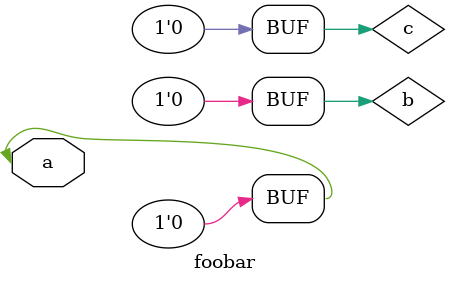
<source format=v>
module main;

wire a;

foobar bar( a );

initial begin
`ifdef DUMP
	$dumpfile( "race1.1.vcd" );
	$dumpvars( 0, main );
`endif
	#10;
	$finish;
end

endmodule


module foobar ( a );

input a;

wire b;
reg c;

initial c = 1'b0;

assign a =  b;
assign a = ~b;
assign b = c;

endmodule

</source>
